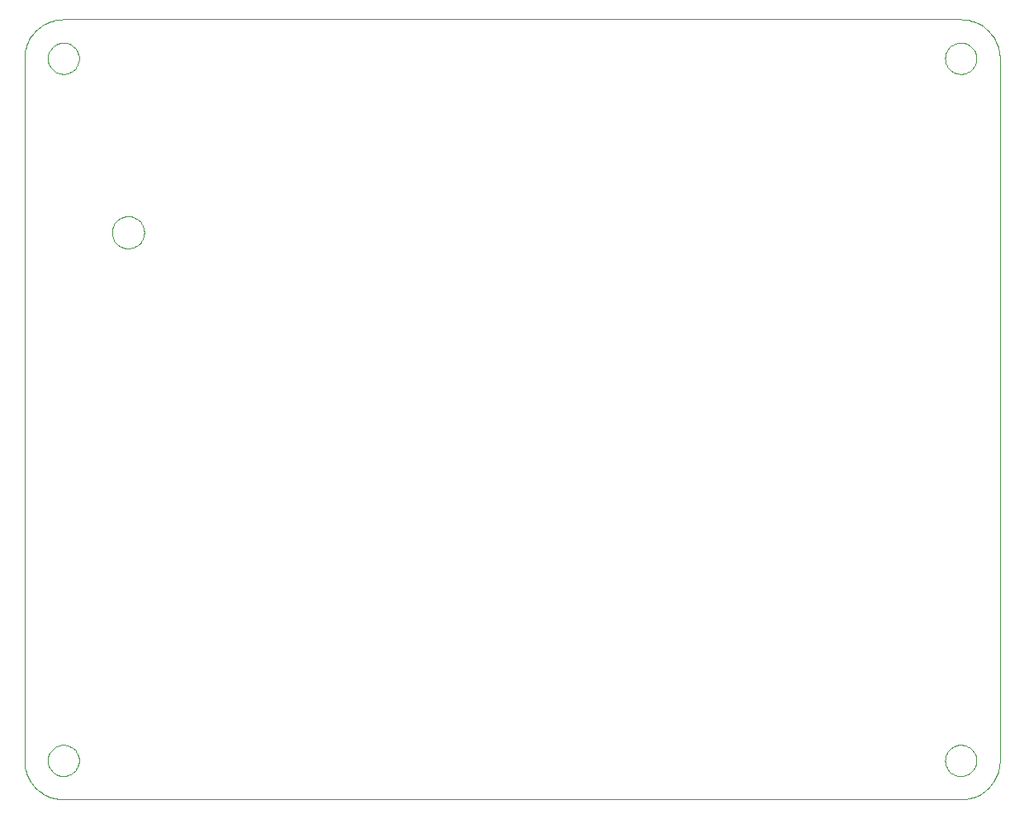
<source format=gbo>
G75*
G70*
%OFA0B0*%
%FSLAX24Y24*%
%IPPOS*%
%LPD*%
%AMOC8*
5,1,8,0,0,1.08239X$1,22.5*
%
%ADD10C,0.0000*%
D10*
X006206Y042694D02*
X042426Y042694D01*
X041796Y044269D02*
X041798Y044319D01*
X041804Y044369D01*
X041814Y044418D01*
X041828Y044466D01*
X041845Y044513D01*
X041866Y044558D01*
X041891Y044602D01*
X041919Y044643D01*
X041951Y044682D01*
X041985Y044719D01*
X042022Y044753D01*
X042062Y044783D01*
X042104Y044810D01*
X042148Y044834D01*
X042194Y044855D01*
X042241Y044871D01*
X042289Y044884D01*
X042339Y044893D01*
X042388Y044898D01*
X042439Y044899D01*
X042489Y044896D01*
X042538Y044889D01*
X042587Y044878D01*
X042635Y044863D01*
X042681Y044845D01*
X042726Y044823D01*
X042769Y044797D01*
X042810Y044768D01*
X042849Y044736D01*
X042885Y044701D01*
X042917Y044663D01*
X042947Y044623D01*
X042974Y044580D01*
X042997Y044536D01*
X043016Y044490D01*
X043032Y044442D01*
X043044Y044393D01*
X043052Y044344D01*
X043056Y044294D01*
X043056Y044244D01*
X043052Y044194D01*
X043044Y044145D01*
X043032Y044096D01*
X043016Y044048D01*
X042997Y044002D01*
X042974Y043958D01*
X042947Y043915D01*
X042917Y043875D01*
X042885Y043837D01*
X042849Y043802D01*
X042810Y043770D01*
X042769Y043741D01*
X042726Y043715D01*
X042681Y043693D01*
X042635Y043675D01*
X042587Y043660D01*
X042538Y043649D01*
X042489Y043642D01*
X042439Y043639D01*
X042388Y043640D01*
X042339Y043645D01*
X042289Y043654D01*
X042241Y043667D01*
X042194Y043683D01*
X042148Y043704D01*
X042104Y043728D01*
X042062Y043755D01*
X042022Y043785D01*
X041985Y043819D01*
X041951Y043856D01*
X041919Y043895D01*
X041891Y043936D01*
X041866Y043980D01*
X041845Y044025D01*
X041828Y044072D01*
X041814Y044120D01*
X041804Y044169D01*
X041798Y044219D01*
X041796Y044269D01*
X042426Y042694D02*
X042503Y042696D01*
X042580Y042702D01*
X042657Y042711D01*
X042733Y042724D01*
X042809Y042741D01*
X042883Y042762D01*
X042957Y042786D01*
X043029Y042814D01*
X043099Y042845D01*
X043168Y042880D01*
X043236Y042918D01*
X043301Y042959D01*
X043364Y043004D01*
X043425Y043052D01*
X043484Y043102D01*
X043540Y043155D01*
X043593Y043211D01*
X043643Y043270D01*
X043691Y043331D01*
X043736Y043394D01*
X043777Y043459D01*
X043815Y043527D01*
X043850Y043596D01*
X043881Y043666D01*
X043909Y043738D01*
X043933Y043812D01*
X043954Y043886D01*
X043971Y043962D01*
X043984Y044038D01*
X043993Y044115D01*
X043999Y044192D01*
X044001Y044269D01*
X044001Y072615D01*
X041796Y072615D02*
X041798Y072665D01*
X041804Y072715D01*
X041814Y072764D01*
X041828Y072812D01*
X041845Y072859D01*
X041866Y072904D01*
X041891Y072948D01*
X041919Y072989D01*
X041951Y073028D01*
X041985Y073065D01*
X042022Y073099D01*
X042062Y073129D01*
X042104Y073156D01*
X042148Y073180D01*
X042194Y073201D01*
X042241Y073217D01*
X042289Y073230D01*
X042339Y073239D01*
X042388Y073244D01*
X042439Y073245D01*
X042489Y073242D01*
X042538Y073235D01*
X042587Y073224D01*
X042635Y073209D01*
X042681Y073191D01*
X042726Y073169D01*
X042769Y073143D01*
X042810Y073114D01*
X042849Y073082D01*
X042885Y073047D01*
X042917Y073009D01*
X042947Y072969D01*
X042974Y072926D01*
X042997Y072882D01*
X043016Y072836D01*
X043032Y072788D01*
X043044Y072739D01*
X043052Y072690D01*
X043056Y072640D01*
X043056Y072590D01*
X043052Y072540D01*
X043044Y072491D01*
X043032Y072442D01*
X043016Y072394D01*
X042997Y072348D01*
X042974Y072304D01*
X042947Y072261D01*
X042917Y072221D01*
X042885Y072183D01*
X042849Y072148D01*
X042810Y072116D01*
X042769Y072087D01*
X042726Y072061D01*
X042681Y072039D01*
X042635Y072021D01*
X042587Y072006D01*
X042538Y071995D01*
X042489Y071988D01*
X042439Y071985D01*
X042388Y071986D01*
X042339Y071991D01*
X042289Y072000D01*
X042241Y072013D01*
X042194Y072029D01*
X042148Y072050D01*
X042104Y072074D01*
X042062Y072101D01*
X042022Y072131D01*
X041985Y072165D01*
X041951Y072202D01*
X041919Y072241D01*
X041891Y072282D01*
X041866Y072326D01*
X041845Y072371D01*
X041828Y072418D01*
X041814Y072466D01*
X041804Y072515D01*
X041798Y072565D01*
X041796Y072615D01*
X042426Y074190D02*
X042503Y074188D01*
X042580Y074182D01*
X042657Y074173D01*
X042733Y074160D01*
X042809Y074143D01*
X042883Y074122D01*
X042957Y074098D01*
X043029Y074070D01*
X043099Y074039D01*
X043168Y074004D01*
X043236Y073966D01*
X043301Y073925D01*
X043364Y073880D01*
X043425Y073832D01*
X043484Y073782D01*
X043540Y073729D01*
X043593Y073673D01*
X043643Y073614D01*
X043691Y073553D01*
X043736Y073490D01*
X043777Y073425D01*
X043815Y073357D01*
X043850Y073288D01*
X043881Y073218D01*
X043909Y073146D01*
X043933Y073072D01*
X043954Y072998D01*
X043971Y072922D01*
X043984Y072846D01*
X043993Y072769D01*
X043999Y072692D01*
X044001Y072615D01*
X042426Y074190D02*
X006206Y074190D01*
X005576Y072615D02*
X005578Y072665D01*
X005584Y072715D01*
X005594Y072764D01*
X005608Y072812D01*
X005625Y072859D01*
X005646Y072904D01*
X005671Y072948D01*
X005699Y072989D01*
X005731Y073028D01*
X005765Y073065D01*
X005802Y073099D01*
X005842Y073129D01*
X005884Y073156D01*
X005928Y073180D01*
X005974Y073201D01*
X006021Y073217D01*
X006069Y073230D01*
X006119Y073239D01*
X006168Y073244D01*
X006219Y073245D01*
X006269Y073242D01*
X006318Y073235D01*
X006367Y073224D01*
X006415Y073209D01*
X006461Y073191D01*
X006506Y073169D01*
X006549Y073143D01*
X006590Y073114D01*
X006629Y073082D01*
X006665Y073047D01*
X006697Y073009D01*
X006727Y072969D01*
X006754Y072926D01*
X006777Y072882D01*
X006796Y072836D01*
X006812Y072788D01*
X006824Y072739D01*
X006832Y072690D01*
X006836Y072640D01*
X006836Y072590D01*
X006832Y072540D01*
X006824Y072491D01*
X006812Y072442D01*
X006796Y072394D01*
X006777Y072348D01*
X006754Y072304D01*
X006727Y072261D01*
X006697Y072221D01*
X006665Y072183D01*
X006629Y072148D01*
X006590Y072116D01*
X006549Y072087D01*
X006506Y072061D01*
X006461Y072039D01*
X006415Y072021D01*
X006367Y072006D01*
X006318Y071995D01*
X006269Y071988D01*
X006219Y071985D01*
X006168Y071986D01*
X006119Y071991D01*
X006069Y072000D01*
X006021Y072013D01*
X005974Y072029D01*
X005928Y072050D01*
X005884Y072074D01*
X005842Y072101D01*
X005802Y072131D01*
X005765Y072165D01*
X005731Y072202D01*
X005699Y072241D01*
X005671Y072282D01*
X005646Y072326D01*
X005625Y072371D01*
X005608Y072418D01*
X005594Y072466D01*
X005584Y072515D01*
X005578Y072565D01*
X005576Y072615D01*
X004631Y072615D02*
X004633Y072692D01*
X004639Y072769D01*
X004648Y072846D01*
X004661Y072922D01*
X004678Y072998D01*
X004699Y073072D01*
X004723Y073146D01*
X004751Y073218D01*
X004782Y073288D01*
X004817Y073357D01*
X004855Y073425D01*
X004896Y073490D01*
X004941Y073553D01*
X004989Y073614D01*
X005039Y073673D01*
X005092Y073729D01*
X005148Y073782D01*
X005207Y073832D01*
X005268Y073880D01*
X005331Y073925D01*
X005396Y073966D01*
X005464Y074004D01*
X005533Y074039D01*
X005603Y074070D01*
X005675Y074098D01*
X005749Y074122D01*
X005823Y074143D01*
X005899Y074160D01*
X005975Y074173D01*
X006052Y074182D01*
X006129Y074188D01*
X006206Y074190D01*
X004631Y072615D02*
X004631Y044269D01*
X005576Y044269D02*
X005578Y044319D01*
X005584Y044369D01*
X005594Y044418D01*
X005608Y044466D01*
X005625Y044513D01*
X005646Y044558D01*
X005671Y044602D01*
X005699Y044643D01*
X005731Y044682D01*
X005765Y044719D01*
X005802Y044753D01*
X005842Y044783D01*
X005884Y044810D01*
X005928Y044834D01*
X005974Y044855D01*
X006021Y044871D01*
X006069Y044884D01*
X006119Y044893D01*
X006168Y044898D01*
X006219Y044899D01*
X006269Y044896D01*
X006318Y044889D01*
X006367Y044878D01*
X006415Y044863D01*
X006461Y044845D01*
X006506Y044823D01*
X006549Y044797D01*
X006590Y044768D01*
X006629Y044736D01*
X006665Y044701D01*
X006697Y044663D01*
X006727Y044623D01*
X006754Y044580D01*
X006777Y044536D01*
X006796Y044490D01*
X006812Y044442D01*
X006824Y044393D01*
X006832Y044344D01*
X006836Y044294D01*
X006836Y044244D01*
X006832Y044194D01*
X006824Y044145D01*
X006812Y044096D01*
X006796Y044048D01*
X006777Y044002D01*
X006754Y043958D01*
X006727Y043915D01*
X006697Y043875D01*
X006665Y043837D01*
X006629Y043802D01*
X006590Y043770D01*
X006549Y043741D01*
X006506Y043715D01*
X006461Y043693D01*
X006415Y043675D01*
X006367Y043660D01*
X006318Y043649D01*
X006269Y043642D01*
X006219Y043639D01*
X006168Y043640D01*
X006119Y043645D01*
X006069Y043654D01*
X006021Y043667D01*
X005974Y043683D01*
X005928Y043704D01*
X005884Y043728D01*
X005842Y043755D01*
X005802Y043785D01*
X005765Y043819D01*
X005731Y043856D01*
X005699Y043895D01*
X005671Y043936D01*
X005646Y043980D01*
X005625Y044025D01*
X005608Y044072D01*
X005594Y044120D01*
X005584Y044169D01*
X005578Y044219D01*
X005576Y044269D01*
X004631Y044269D02*
X004633Y044192D01*
X004639Y044115D01*
X004648Y044038D01*
X004661Y043962D01*
X004678Y043886D01*
X004699Y043812D01*
X004723Y043738D01*
X004751Y043666D01*
X004782Y043596D01*
X004817Y043527D01*
X004855Y043459D01*
X004896Y043394D01*
X004941Y043331D01*
X004989Y043270D01*
X005039Y043211D01*
X005092Y043155D01*
X005148Y043102D01*
X005207Y043052D01*
X005268Y043004D01*
X005331Y042959D01*
X005396Y042918D01*
X005464Y042880D01*
X005533Y042845D01*
X005603Y042814D01*
X005675Y042786D01*
X005749Y042762D01*
X005823Y042741D01*
X005899Y042724D01*
X005975Y042711D01*
X006052Y042702D01*
X006129Y042696D01*
X006206Y042694D01*
X008166Y065592D02*
X008168Y065642D01*
X008174Y065692D01*
X008184Y065742D01*
X008197Y065790D01*
X008214Y065838D01*
X008235Y065884D01*
X008259Y065928D01*
X008287Y065970D01*
X008318Y066010D01*
X008352Y066047D01*
X008389Y066082D01*
X008428Y066113D01*
X008469Y066142D01*
X008513Y066167D01*
X008559Y066189D01*
X008606Y066207D01*
X008654Y066221D01*
X008703Y066232D01*
X008753Y066239D01*
X008803Y066242D01*
X008854Y066241D01*
X008904Y066236D01*
X008954Y066227D01*
X009002Y066215D01*
X009050Y066198D01*
X009096Y066178D01*
X009141Y066155D01*
X009184Y066128D01*
X009224Y066098D01*
X009262Y066065D01*
X009297Y066029D01*
X009330Y065990D01*
X009359Y065949D01*
X009385Y065906D01*
X009408Y065861D01*
X009427Y065814D01*
X009442Y065766D01*
X009454Y065717D01*
X009462Y065667D01*
X009466Y065617D01*
X009466Y065567D01*
X009462Y065517D01*
X009454Y065467D01*
X009442Y065418D01*
X009427Y065370D01*
X009408Y065323D01*
X009385Y065278D01*
X009359Y065235D01*
X009330Y065194D01*
X009297Y065155D01*
X009262Y065119D01*
X009224Y065086D01*
X009184Y065056D01*
X009141Y065029D01*
X009096Y065006D01*
X009050Y064986D01*
X009002Y064969D01*
X008954Y064957D01*
X008904Y064948D01*
X008854Y064943D01*
X008803Y064942D01*
X008753Y064945D01*
X008703Y064952D01*
X008654Y064963D01*
X008606Y064977D01*
X008559Y064995D01*
X008513Y065017D01*
X008469Y065042D01*
X008428Y065071D01*
X008389Y065102D01*
X008352Y065137D01*
X008318Y065174D01*
X008287Y065214D01*
X008259Y065256D01*
X008235Y065300D01*
X008214Y065346D01*
X008197Y065394D01*
X008184Y065442D01*
X008174Y065492D01*
X008168Y065542D01*
X008166Y065592D01*
M02*

</source>
